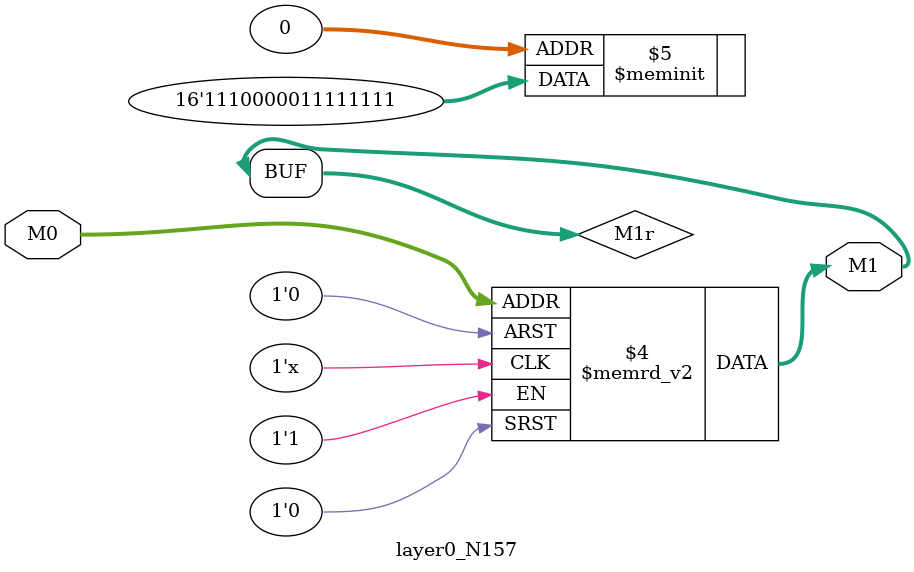
<source format=v>
module layer0_N157 ( input [2:0] M0, output [1:0] M1 );

	(*rom_style = "distributed" *) reg [1:0] M1r;
	assign M1 = M1r;
	always @ (M0) begin
		case (M0)
			3'b000: M1r = 2'b11;
			3'b100: M1r = 2'b00;
			3'b010: M1r = 2'b11;
			3'b110: M1r = 2'b10;
			3'b001: M1r = 2'b11;
			3'b101: M1r = 2'b00;
			3'b011: M1r = 2'b11;
			3'b111: M1r = 2'b11;

		endcase
	end
endmodule

</source>
